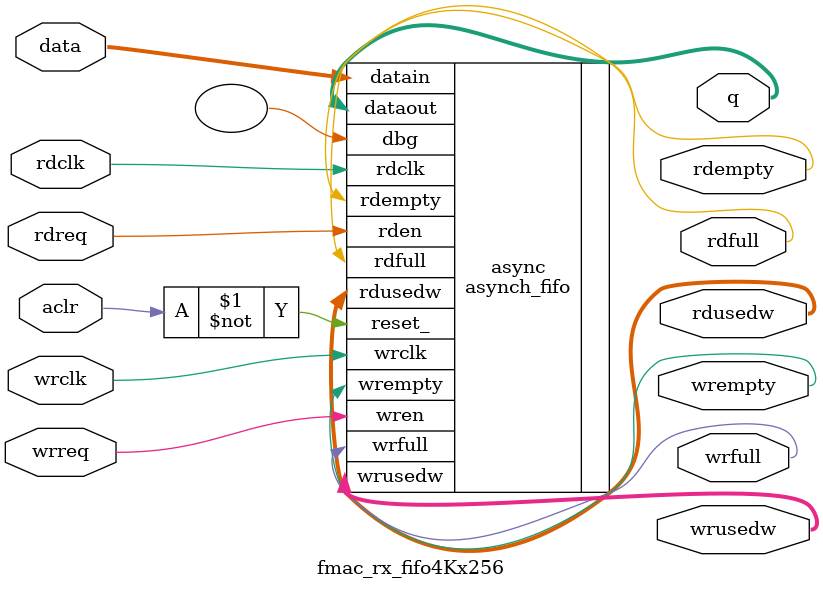
<source format=v>

`timescale 1ns/1ps
// synopsys translate_on

module fmac_rx_fifo4Kx256

(
			aclr,
			
			//=== Signals for WRITE
			wrclk,	   	// Clk for writing data                              
			wrreq,  	// Data coming in                                    
			data,    	// request to write                                  
			wrfull,     // indicates fifo is full or not (To avoid overiding)
			wrempty,    // 0- some data is present (atleast 1 data is present)                                            
			wrusedw,    // number of slots currently in use for writing                                                                                                         
                                                    
			//=== Signals for READ
			rdclk,      // Clk for reading data                                
			rdreq, 		// Request to read from FIFO                           
			q,    		// Data coming out                                     
			rdfull,     //  
			rdempty,    // indicates fifo is empty or not (to avoid underflow)  
			rdusedw    	// number of slots currently in use for reading
			
);
parameter 	  WIDTH = 256,
			  DEPTH = 4096,
			  PTR	= 12;
			  
			input  wire 				aclr;
			
			//=== Signals for WRITE
			input  wire 				wrclk;      // Clk for writing data                              
			input  wire 				wrreq;    	// Data coming in                                    
			input  wire [WIDTH-1 : 0]	data;     	// request to write                                  
			output wire					wrfull;     // indicates fifo is full or not (To avoid overiding)
			output wire 			 	wrempty;    // 0- some data is present (atleast 1 data is present)                                            
			output wire	[PTR : 0]		wrusedw;    // number of slots currently in use for writing                                                                                                         
                                                    
			//=== Signals for READ
			input  wire 				rdclk;      // Clk for reading data                                
			input  wire 				rdreq;     	// Request to read from FIFO                           
			output wire [WIDTH-1 : 0]	q;    		// Data coming out                                     
			output wire 				rdfull;     //  
			output wire 				rdempty;    // indicates fifo is empty or not (to avoid underflow)  
			output wire [PTR  : 0] 		rdusedw;   	// number of slots currently in use for reading

asynch_fifo		#(.WIDTH (256),		  	// Making 4kX256 fifo
				  .DEPTH (4096),      	
				  .PTR	 (12) )		  	// 2**12 = 4096 (DEPTH)
 											
	async	  (
			.reset_		(~aclr),
			
			//=== Signals for WRITE
			.wrclk		(wrclk),		// Clk to write data
			.wren		(wrreq),		// write enable
			.datain		(data),			// write data
			.wrfull		(wrfull),		// indicates fifo is full or not (To avoid overiding)
			.wrempty	(wrempty),		// indicates fifo is empty or not (to avoid underflow)
			.wrusedw	(wrusedw),		// wrusedw -number of locations filled in fifo


			//=== Signals for READ
			.rdclk		(rdclk),		// i-1, Clk to read data
			.rden		(rdreq),		// i-1, read enable of data FIFO
			.dataout	(q),			// Dataout of data FIFO
			.rdfull		(rdfull),		// indicates fifo is full or not (To avoid overiding) (Not used)
			.rdempty	(rdempty),		// indicates fifo is empty or not (to avoid underflow)
			.rdusedw	(rdusedw),		// rdusedw -number of locations filled in fifo (not used )

			//=== Signals for TEST
			.dbg		()

		 );
endmodule
</source>
